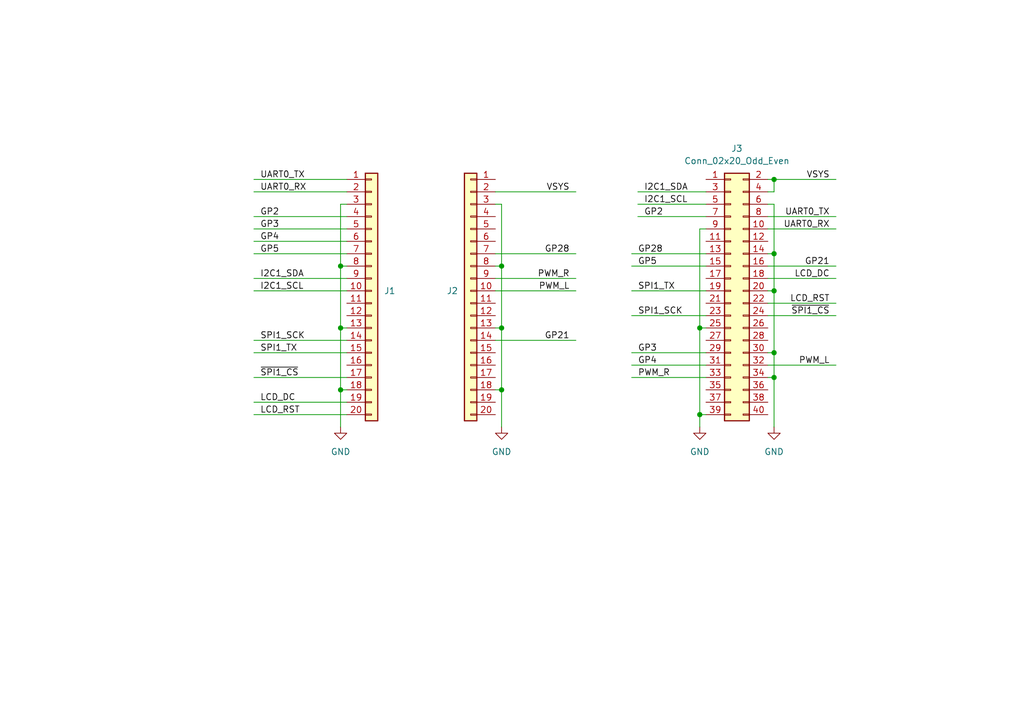
<source format=kicad_sch>
(kicad_sch (version 20250114) (generator "eeschema") (generator_version "9.0")
  (paper "A5")
  (lib_symbols
    (symbol "Connector_Generic:Conn_01x20" (pin_names (offset 1.016) (hide yes))
      (property "Reference" "J" (at 0 25.4 0))
      (property "Value" "Conn_01x20" (at 0 -27.94 0))
      (symbol "Conn_01x20_1_1"
        (rectangle (start -1.27 24.13) (end 1.27 -26.67) (stroke (width 0.254)) (fill (type background)))
        (rectangle (start -1.27 22.987) (end 0 22.733) (stroke (width 0.1524)))
        (rectangle (start -1.27 20.447) (end 0 20.193) (stroke (width 0.1524)))
        (rectangle (start -1.27 17.907) (end 0 17.653) (stroke (width 0.1524)))
        (rectangle (start -1.27 15.367) (end 0 15.113) (stroke (width 0.1524)))
        (rectangle (start -1.27 12.827) (end 0 12.573) (stroke (width 0.1524)))
        (rectangle (start -1.27 10.287) (end 0 10.033) (stroke (width 0.1524)))
        (rectangle (start -1.27 7.747) (end 0 7.493) (stroke (width 0.1524)))
        (rectangle (start -1.27 5.207) (end 0 4.953) (stroke (width 0.1524)))
        (rectangle (start -1.27 2.667) (end 0 2.413) (stroke (width 0.1524)))
        (rectangle (start -1.27 0.127) (end 0 -0.127) (stroke (width 0.1524)))
        (rectangle (start -1.27 -2.413) (end 0 -2.667) (stroke (width 0.1524)))
        (rectangle (start -1.27 -4.953) (end 0 -5.207) (stroke (width 0.1524)))
        (rectangle (start -1.27 -7.493) (end 0 -7.747) (stroke (width 0.1524)))
        (rectangle (start -1.27 -10.033) (end 0 -10.287) (stroke (width 0.1524)))
        (rectangle (start -1.27 -12.573) (end 0 -12.827) (stroke (width 0.1524)))
        (rectangle (start -1.27 -15.113) (end 0 -15.367) (stroke (width 0.1524)))
        (rectangle (start -1.27 -17.653) (end 0 -17.907) (stroke (width 0.1524)))
        (rectangle (start -1.27 -20.193) (end 0 -20.447) (stroke (width 0.1524)))
        (rectangle (start -1.27 -22.733) (end 0 -22.987) (stroke (width 0.1524)))
        (rectangle (start -1.27 -25.273) (end 0 -25.527) (stroke (width 0.1524)))
        (pin passive line (at -5.08 22.86 0) (length 3.81) (name "Pin_1") (number "1"))
        (pin passive line (at -5.08 20.32 0) (length 3.81) (name "Pin_2") (number "2"))
        (pin passive line (at -5.08 17.78 0) (length 3.81) (name "Pin_3") (number "3"))
        (pin passive line (at -5.08 15.24 0) (length 3.81) (name "Pin_4") (number "4"))
        (pin passive line (at -5.08 12.7 0) (length 3.81) (name "Pin_5") (number "5"))
        (pin passive line (at -5.08 10.16 0) (length 3.81) (name "Pin_6") (number "6"))
        (pin passive line (at -5.08 7.62 0) (length 3.81) (name "Pin_7") (number "7"))
        (pin passive line (at -5.08 5.08 0) (length 3.81) (name "Pin_8") (number "8"))
        (pin passive line (at -5.08 2.54 0) (length 3.81) (name "Pin_9") (number "9"))
        (pin passive line (at -5.08 0 0) (length 3.81) (name "Pin_10") (number "10"))
        (pin passive line (at -5.08 -2.54 0) (length 3.81) (name "Pin_11") (number "11"))
        (pin passive line (at -5.08 -5.08 0) (length 3.81) (name "Pin_12") (number "12"))
        (pin passive line (at -5.08 -7.62 0) (length 3.81) (name "Pin_13") (number "13"))
        (pin passive line (at -5.08 -10.16 0) (length 3.81) (name "Pin_14") (number "14"))
        (pin passive line (at -5.08 -12.7 0) (length 3.81) (name "Pin_15") (number "15"))
        (pin passive line (at -5.08 -15.24 0) (length 3.81) (name "Pin_16") (number "16"))
        (pin passive line (at -5.08 -17.78 0) (length 3.81) (name "Pin_17") (number "17"))
        (pin passive line (at -5.08 -20.32 0) (length 3.81) (name "Pin_18") (number "18"))
        (pin passive line (at -5.08 -22.86 0) (length 3.81) (name "Pin_19") (number "19"))
        (pin passive line (at -5.08 -25.4 0) (length 3.81) (name "Pin_20") (number "20"))
      )
    )
    (symbol "Connector_Generic:Conn_02x20_Odd_Even" (pin_names (offset 1.016) (hide yes))
      (property "Reference" "J" (at 1.27 25.4 0))
      (property "Value" "Conn_02x20_Odd_Even" (at 1.27 -27.94 0))
      (symbol "Conn_02x20_Odd_Even_1_1"
        (rectangle (start -1.27 24.13) (end 3.81 -26.67) (stroke (width 0.254)) (fill (type background)))
        (rectangle (start -1.27 22.987) (end 0 22.733) (stroke (width 0.1524)))
        (rectangle (start -1.27 20.447) (end 0 20.193) (stroke (width 0.1524)))
        (rectangle (start -1.27 17.907) (end 0 17.653) (stroke (width 0.1524)))
        (rectangle (start -1.27 15.367) (end 0 15.113) (stroke (width 0.1524)))
        (rectangle (start -1.27 12.827) (end 0 12.573) (stroke (width 0.1524)))
        (rectangle (start -1.27 10.287) (end 0 10.033) (stroke (width 0.1524)))
        (rectangle (start -1.27 7.747) (end 0 7.493) (stroke (width 0.1524)))
        (rectangle (start -1.27 5.207) (end 0 4.953) (stroke (width 0.1524)))
        (rectangle (start -1.27 2.667) (end 0 2.413) (stroke (width 0.1524)))
        (rectangle (start -1.27 0.127) (end 0 -0.127) (stroke (width 0.1524)))
        (rectangle (start -1.27 -2.413) (end 0 -2.667) (stroke (width 0.1524)))
        (rectangle (start -1.27 -4.953) (end 0 -5.207) (stroke (width 0.1524)))
        (rectangle (start -1.27 -7.493) (end 0 -7.747) (stroke (width 0.1524)))
        (rectangle (start -1.27 -10.033) (end 0 -10.287) (stroke (width 0.1524)))
        (rectangle (start -1.27 -12.573) (end 0 -12.827) (stroke (width 0.1524)))
        (rectangle (start -1.27 -15.113) (end 0 -15.367) (stroke (width 0.1524)))
        (rectangle (start -1.27 -17.653) (end 0 -17.907) (stroke (width 0.1524)))
        (rectangle (start -1.27 -20.193) (end 0 -20.447) (stroke (width 0.1524)))
        (rectangle (start -1.27 -22.733) (end 0 -22.987) (stroke (width 0.1524)))
        (rectangle (start -1.27 -25.273) (end 0 -25.527) (stroke (width 0.1524)))
        (rectangle (start 3.81 22.987) (end 2.54 22.733) (stroke (width 0.1524)))
        (rectangle (start 3.81 20.447) (end 2.54 20.193) (stroke (width 0.1524)))
        (rectangle (start 3.81 17.907) (end 2.54 17.653) (stroke (width 0.1524)))
        (rectangle (start 3.81 15.367) (end 2.54 15.113) (stroke (width 0.1524)))
        (rectangle (start 3.81 12.827) (end 2.54 12.573) (stroke (width 0.1524)))
        (rectangle (start 3.81 10.287) (end 2.54 10.033) (stroke (width 0.1524)))
        (rectangle (start 3.81 7.747) (end 2.54 7.493) (stroke (width 0.1524)))
        (rectangle (start 3.81 5.207) (end 2.54 4.953) (stroke (width 0.1524)))
        (rectangle (start 3.81 2.667) (end 2.54 2.413) (stroke (width 0.1524)))
        (rectangle (start 3.81 0.127) (end 2.54 -0.127) (stroke (width 0.1524)))
        (rectangle (start 3.81 -2.413) (end 2.54 -2.667) (stroke (width 0.1524)))
        (rectangle (start 3.81 -4.953) (end 2.54 -5.207) (stroke (width 0.1524)))
        (rectangle (start 3.81 -7.493) (end 2.54 -7.747) (stroke (width 0.1524)))
        (rectangle (start 3.81 -10.033) (end 2.54 -10.287) (stroke (width 0.1524)))
        (rectangle (start 3.81 -12.573) (end 2.54 -12.827) (stroke (width 0.1524)))
        (rectangle (start 3.81 -15.113) (end 2.54 -15.367) (stroke (width 0.1524)))
        (rectangle (start 3.81 -17.653) (end 2.54 -17.907) (stroke (width 0.1524)))
        (rectangle (start 3.81 -20.193) (end 2.54 -20.447) (stroke (width 0.1524)))
        (rectangle (start 3.81 -22.733) (end 2.54 -22.987) (stroke (width 0.1524)))
        (rectangle (start 3.81 -25.273) (end 2.54 -25.527) (stroke (width 0.1524)))
        (pin passive line (at -5.08 22.86 0) (length 3.81) (name "Pin_1") (number "1"))
        (pin passive line (at -5.08 20.32 0) (length 3.81) (name "Pin_3") (number "3"))
        (pin passive line (at -5.08 17.78 0) (length 3.81) (name "Pin_5") (number "5"))
        (pin passive line (at -5.08 15.24 0) (length 3.81) (name "Pin_7") (number "7"))
        (pin passive line (at -5.08 12.7 0) (length 3.81) (name "Pin_9") (number "9"))
        (pin passive line (at -5.08 10.16 0) (length 3.81) (name "Pin_11") (number "11"))
        (pin passive line (at -5.08 7.62 0) (length 3.81) (name "Pin_13") (number "13"))
        (pin passive line (at -5.08 5.08 0) (length 3.81) (name "Pin_15") (number "15"))
        (pin passive line (at -5.08 2.54 0) (length 3.81) (name "Pin_17") (number "17"))
        (pin passive line (at -5.08 0 0) (length 3.81) (name "Pin_19") (number "19"))
        (pin passive line (at -5.08 -2.54 0) (length 3.81) (name "Pin_21") (number "21"))
        (pin passive line (at -5.08 -5.08 0) (length 3.81) (name "Pin_23") (number "23"))
        (pin passive line (at -5.08 -7.62 0) (length 3.81) (name "Pin_25") (number "25"))
        (pin passive line (at -5.08 -10.16 0) (length 3.81) (name "Pin_27") (number "27"))
        (pin passive line (at -5.08 -12.7 0) (length 3.81) (name "Pin_29") (number "29"))
        (pin passive line (at -5.08 -15.24 0) (length 3.81) (name "Pin_31") (number "31"))
        (pin passive line (at -5.08 -17.78 0) (length 3.81) (name "Pin_33") (number "33"))
        (pin passive line (at -5.08 -20.32 0) (length 3.81) (name "Pin_35") (number "35"))
        (pin passive line (at -5.08 -22.86 0) (length 3.81) (name "Pin_37") (number "37"))
        (pin passive line (at -5.08 -25.4 0) (length 3.81) (name "Pin_39") (number "39"))
        (pin passive line (at 7.62 22.86 180) (length 3.81) (name "Pin_2") (number "2"))
        (pin passive line (at 7.62 20.32 180) (length 3.81) (name "Pin_4") (number "4"))
        (pin passive line (at 7.62 17.78 180) (length 3.81) (name "Pin_6") (number "6"))
        (pin passive line (at 7.62 15.24 180) (length 3.81) (name "Pin_8") (number "8"))
        (pin passive line (at 7.62 12.7 180) (length 3.81) (name "Pin_10") (number "10"))
        (pin passive line (at 7.62 10.16 180) (length 3.81) (name "Pin_12") (number "12"))
        (pin passive line (at 7.62 7.62 180) (length 3.81) (name "Pin_14") (number "14"))
        (pin passive line (at 7.62 5.08 180) (length 3.81) (name "Pin_16") (number "16"))
        (pin passive line (at 7.62 2.54 180) (length 3.81) (name "Pin_18") (number "18"))
        (pin passive line (at 7.62 0 180) (length 3.81) (name "Pin_20") (number "20"))
        (pin passive line (at 7.62 -2.54 180) (length 3.81) (name "Pin_22") (number "22"))
        (pin passive line (at 7.62 -5.08 180) (length 3.81) (name "Pin_24") (number "24"))
        (pin passive line (at 7.62 -7.62 180) (length 3.81) (name "Pin_26") (number "26"))
        (pin passive line (at 7.62 -10.16 180) (length 3.81) (name "Pin_28") (number "28"))
        (pin passive line (at 7.62 -12.7 180) (length 3.81) (name "Pin_30") (number "30"))
        (pin passive line (at 7.62 -15.24 180) (length 3.81) (name "Pin_32") (number "32"))
        (pin passive line (at 7.62 -17.78 180) (length 3.81) (name "Pin_34") (number "34"))
        (pin passive line (at 7.62 -20.32 180) (length 3.81) (name "Pin_36") (number "36"))
        (pin passive line (at 7.62 -22.86 180) (length 3.81) (name "Pin_38") (number "38"))
        (pin passive line (at 7.62 -25.4 180) (length 3.81) (name "Pin_40") (number "40"))
      )
    )
    (symbol "power:GND" (power) (pin_numbers (hide yes)) (pin_names (offset 0) (hide yes))
      (property "Value" "GND" (at 0 -3.81 0))
      (symbol "GND_0_1"
        (polyline (pts (xy 0 0) (xy 0 -1.27) (xy 1.27 -1.27) (xy 0 -2.54) (xy -1.27 -1.27) (xy 0 -1.27)))
      )
      (symbol "GND_1_1"
        (pin power_in line (at 0 0 270) (length 0) (name "~") (number "1"))
      )
    )
  )
  (junction (at 143.51 85.09))
  (junction (at 158.75 77.47))
  (junction (at 158.75 36.83))
  (junction (at 102.87 67.31))
  (junction (at 69.85 80.01))
  (junction (at 102.87 80.01))
  (junction (at 158.75 59.69))
  (junction (at 69.85 67.31))
  (junction (at 143.51 67.31))
  (junction (at 158.75 72.39))
  (junction (at 102.87 54.61))
  (junction (at 69.85 54.61))
  (junction (at 158.75 52.07))
  (wire (pts (xy 102.87 41.91) (xy 102.87 54.61)))
  (wire (pts (xy 143.51 87.63) (xy 143.51 85.09)))
  (wire (pts (xy 129.54 64.77) (xy 144.78 64.77)))
  (wire (pts (xy 157.48 44.45) (xy 171.45 44.45)))
  (wire (pts (xy 52.07 46.99) (xy 71.12 46.99)))
  (wire (pts (xy 71.12 67.31) (xy 69.85 67.31)))
  (wire (pts (xy 52.07 57.15) (xy 71.12 57.15)))
  (wire (pts (xy 52.07 77.47) (xy 71.12 77.47)))
  (wire (pts (xy 69.85 80.01) (xy 71.12 80.01)))
  (wire (pts (xy 69.85 67.31) (xy 69.85 80.01)))
  (wire (pts (xy 157.48 59.69) (xy 158.75 59.69)))
  (wire (pts (xy 71.12 41.91) (xy 69.85 41.91)))
  (wire (pts (xy 157.48 62.23) (xy 171.45 62.23)))
  (wire (pts (xy 129.54 59.69) (xy 144.78 59.69)))
  (wire (pts (xy 143.51 46.99) (xy 143.51 67.31)))
  (wire (pts (xy 129.54 54.61) (xy 144.78 54.61)))
  (wire (pts (xy 52.07 36.83) (xy 71.12 36.83)))
  (wire (pts (xy 129.54 74.93) (xy 144.78 74.93)))
  (wire (pts (xy 52.07 59.69) (xy 71.12 59.69)))
  (wire (pts (xy 158.75 59.69) (xy 158.75 72.39)))
  (wire (pts (xy 157.48 72.39) (xy 158.75 72.39)))
  (wire (pts (xy 157.48 77.47) (xy 158.75 77.47)))
  (wire (pts (xy 69.85 41.91) (xy 69.85 54.61)))
  (wire (pts (xy 52.07 39.37) (xy 71.12 39.37)))
  (wire (pts (xy 129.54 72.39) (xy 144.78 72.39)))
  (wire (pts (xy 101.6 52.07) (xy 118.11 52.07)))
  (wire (pts (xy 130.81 44.45) (xy 144.78 44.45)))
  (wire (pts (xy 143.51 85.09) (xy 144.78 85.09)))
  (wire (pts (xy 101.6 67.31) (xy 102.87 67.31)))
  (wire (pts (xy 52.07 52.07) (xy 71.12 52.07)))
  (wire (pts (xy 52.07 85.09) (xy 71.12 85.09)))
  (wire (pts (xy 102.87 54.61) (xy 102.87 67.31)))
  (wire (pts (xy 129.54 77.47) (xy 144.78 77.47)))
  (wire (pts (xy 101.6 57.15) (xy 118.11 57.15)))
  (wire (pts (xy 158.75 52.07) (xy 158.75 59.69)))
  (wire (pts (xy 102.87 67.31) (xy 102.87 80.01)))
  (wire (pts (xy 71.12 54.61) (xy 69.85 54.61)))
  (wire (pts (xy 52.07 44.45) (xy 71.12 44.45)))
  (wire (pts (xy 157.48 54.61) (xy 171.45 54.61)))
  (wire (pts (xy 101.6 59.69) (xy 118.11 59.69)))
  (wire (pts (xy 143.51 67.31) (xy 143.51 85.09)))
  (wire (pts (xy 101.6 69.85) (xy 118.11 69.85)))
  (wire (pts (xy 158.75 77.47) (xy 158.75 87.63)))
  (wire (pts (xy 157.48 46.99) (xy 171.45 46.99)))
  (wire (pts (xy 52.07 49.53) (xy 71.12 49.53)))
  (wire (pts (xy 101.6 54.61) (xy 102.87 54.61)))
  (wire (pts (xy 158.75 72.39) (xy 158.75 77.47)))
  (wire (pts (xy 157.48 74.93) (xy 171.45 74.93)))
  (wire (pts (xy 157.48 64.77) (xy 171.45 64.77)))
  (wire (pts (xy 52.07 72.39) (xy 71.12 72.39)))
  (wire (pts (xy 157.48 52.07) (xy 158.75 52.07)))
  (wire (pts (xy 158.75 36.83) (xy 171.45 36.83)))
  (wire (pts (xy 69.85 87.63) (xy 69.85 80.01)))
  (wire (pts (xy 157.48 57.15) (xy 171.45 57.15)))
  (wire (pts (xy 144.78 67.31) (xy 143.51 67.31)))
  (wire (pts (xy 69.85 54.61) (xy 69.85 67.31)))
  (wire (pts (xy 101.6 39.37) (xy 118.11 39.37)))
  (wire (pts (xy 158.75 39.37) (xy 158.75 36.83)))
  (wire (pts (xy 101.6 80.01) (xy 102.87 80.01)))
  (wire (pts (xy 130.81 41.91) (xy 144.78 41.91)))
  (wire (pts (xy 52.07 69.85) (xy 71.12 69.85)))
  (wire (pts (xy 52.07 82.55) (xy 71.12 82.55)))
  (wire (pts (xy 144.78 46.99) (xy 143.51 46.99)))
  (wire (pts (xy 102.87 80.01) (xy 102.87 87.63)))
  (wire (pts (xy 130.81 39.37) (xy 144.78 39.37)))
  (wire (pts (xy 129.54 52.07) (xy 144.78 52.07)))
  (wire (pts (xy 101.6 41.91) (xy 102.87 41.91)))
  (wire (pts (xy 158.75 41.91) (xy 158.75 52.07)))
  (wire (pts (xy 157.48 39.37) (xy 158.75 39.37)))
  (wire (pts (xy 157.48 41.91) (xy 158.75 41.91)))
  (wire (pts (xy 157.48 36.83) (xy 158.75 36.83)))
  (label "PWM_L" (at 170.18 74.93 180))
  (label "UART0_TX" (at 53.34 36.83 0))
  (label "SPI1_TX" (at 53.34 72.39 0))
  (label "SPI1_SCK" (at 53.34 69.85 0))
  (label "PWM_R" (at 116.84 57.15 180))
  (label "LCD_RST" (at 170.18 62.23 180))
  (label "VSYS" (at 170.18 36.83 180))
  (label "LCD_DC" (at 170.18 57.15 180))
  (label "GP2" (at 132.08 44.45 0))
  (label "~{SPI1_CS}" (at 53.34 77.47 0))
  (label "UART0_RX" (at 170.18 46.99 180))
  (label "GP5" (at 130.81 54.61 0))
  (label "PWM_L" (at 116.84 59.69 180))
  (label "GP3" (at 130.81 72.39 0))
  (label "GP4" (at 53.34 49.53 0))
  (label "GP4" (at 130.81 74.93 0))
  (label "LCD_RST" (at 53.34 85.09 0))
  (label "GP28" (at 116.84 52.07 180))
  (label "SPI1_SCK" (at 130.81 64.77 0))
  (label "PWM_R" (at 130.81 77.47 0))
  (label "~{SPI1_CS}" (at 170.18 64.77 180))
  (label "LCD_DC" (at 53.34 82.55 0))
  (label "SPI1_TX" (at 130.81 59.69 0))
  (label "UART0_TX" (at 170.18 44.45 180))
  (label "I2C1_SDA" (at 132.08 39.37 0))
  (label "GP28" (at 130.81 52.07 0))
  (label "UART0_RX" (at 53.34 39.37 0))
  (label "GP21" (at 170.18 54.61 180))
  (label "GP2" (at 53.34 44.45 0))
  (label "I2C1_SCL" (at 132.08 41.91 0))
  (label "GP21" (at 116.84 69.85 180))
  (label "I2C1_SDA" (at 53.34 57.15 0))
  (label "GP3" (at 53.34 46.99 0))
  (label "I2C1_SCL" (at 53.34 59.69 0))
  (label "VSYS" (at 116.84 39.37 180))
  (label "GP5" (at 53.34 52.07 0))
  (symbol (lib_id "power:GND") (at 143.51 87.63 0) (unit 1)
    (property "Reference" "#PWR01" (effects (hide yes)))
    (property "Value" "GND" (at 143.51 92.71 0))
    (property "Description" "Power symbol creates a global label with name \"GND\" , ground" (effects (hide yes)))
  )
  (symbol (lib_id "power:GND") (at 102.87 87.63 0) (unit 1)
    (property "Reference" "#PWR04" (effects (hide yes)))
    (property "Value" "GND" (at 102.87 92.71 0))
    (property "Description" "Power symbol creates a global label with name \"GND\" , ground" (effects (hide yes)))
  )
  (symbol (lib_id "Connector_Generic:Conn_01x20") (at 76.2 59.69 0) (unit 1)
    (property "Reference" "J1" (at 78.74 59.6899 0) (effects (justify left)))
    (property "Value" "Conn_01x20" (effects (hide yes)))
    (property "Footprint" "Connector_PinHeader_2.54mm:PinHeader_1x20_P2.54mm_Vertical" (effects (hide yes)))
    (property "Description" "Generic connector, single row, 01x20, script generated (kicad-library-utils/schlib/autogen/connector/)" (effects (hide yes)))
  )
  (symbol (lib_id "Connector_Generic:Conn_01x20") (at 96.52 59.69 0) (mirror y) (unit 1)
    (property "Reference" "J2" (at 93.98 59.6899 0) (effects (justify left)))
    (property "Value" "Conn_01x20" (effects (hide yes)))
    (property "Footprint" "Connector_PinHeader_2.54mm:PinHeader_1x20_P2.54mm_Vertical" (effects (hide yes)))
    (property "Description" "Generic connector, single row, 01x20, script generated (kicad-library-utils/schlib/autogen/connector/)" (effects (hide yes)))
  )
  (symbol (lib_id "power:GND") (at 69.85 87.63 0) (unit 1)
    (property "Reference" "#PWR03" (effects (hide yes)))
    (property "Value" "GND" (at 69.85 92.71 0))
    (property "Description" "Power symbol creates a global label with name \"GND\" , ground" (effects (hide yes)))
  )
  (symbol (lib_id "Connector_Generic:Conn_02x20_Odd_Even") (at 149.86 59.69 0) (unit 1)
    (property "Reference" "J3" (at 151.13 30.48 0))
    (property "Value" "Conn_02x20_Odd_Even" (at 151.13 33.02 0))
    (property "Footprint" "Connector_PinHeader_2.54mm:PinHeader_2x20_P2.54mm_Vertical" (effects (hide yes)))
    (property "Description" "Generic connector, double row, 02x20, odd/even pin numbering scheme (row 1 odd numbers, row 2 even numbers), script generated (kicad-library-utils/schlib/autogen/connector/)" (effects (hide yes)))
  )
  (symbol (lib_id "power:GND") (at 158.75 87.63 0) (unit 1)
    (property "Reference" "#PWR02" (effects (hide yes)))
    (property "Value" "GND" (at 158.75 92.71 0))
    (property "Description" "Power symbol creates a global label with name \"GND\" , ground" (effects (hide yes)))
  )
)
</source>
